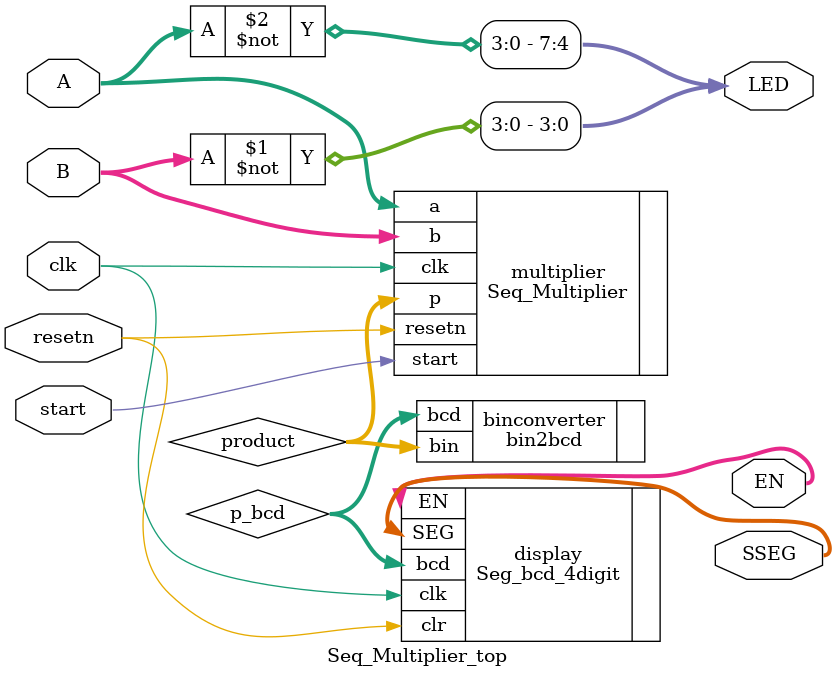
<source format=v>

module Seq_Multiplier_top(clk,resetn,start,A,B,LED,SSEG,EN);
	input wire clk,resetn,start;
	input wire [3:0] A,B; //connect to switches
	output wire [7:0] SSEG;
	output wire [7:0] LED;
	output wire [3:0] EN;
	
	
	//Internal signals
	wire [7:0] product;
	wire [9:0] p_bcd;
	
	assign LED = {~A,~B}; //display A and B on LEDS
	
	
	//Instatiate the Multiplier
	Seq_Multiplier multiplier(.clk(clk), .resetn(resetn), .start(start), .a(A), .b(B), .p(product));
	
	//convert binary product to bcd
	bin2bcd #(.W(8))binconverter (.bin(product), .bcd(p_bcd));
	
	//Instantiate the Seven segment display
	Seg_bcd_4digit display(.clk(clk), .clr(resetn),.EN(EN),.bcd(p_bcd), .SEG(SSEG) );
	
	
endmodule
	
	
</source>
